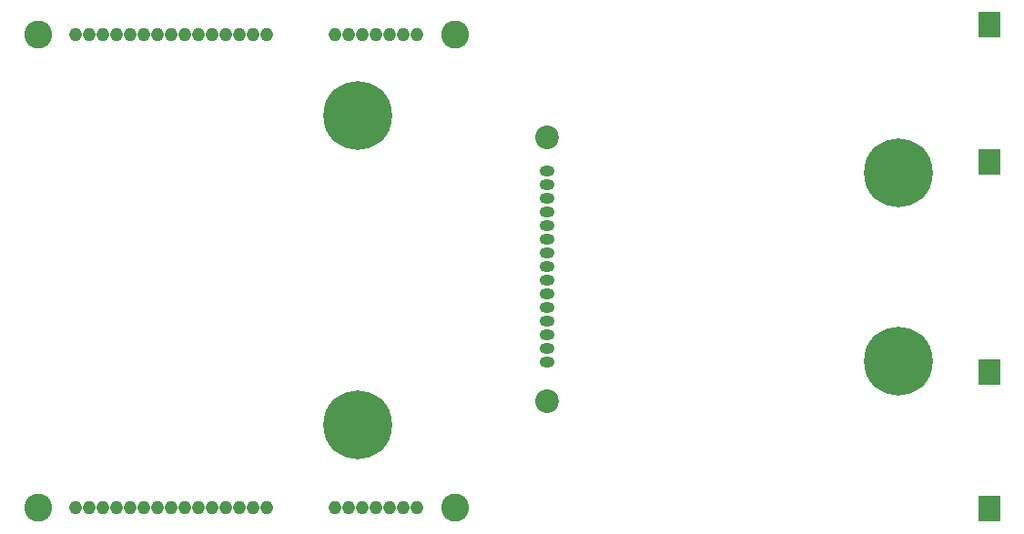
<source format=gbr>
%TF.GenerationSoftware,KiCad,Pcbnew,9.0.7*%
%TF.CreationDate,2026-02-22T17:51:24-06:00*%
%TF.ProjectId,sata-backplane,73617461-2d62-4616-936b-706c616e652e,rev?*%
%TF.SameCoordinates,Original*%
%TF.FileFunction,Soldermask,Bot*%
%TF.FilePolarity,Negative*%
%FSLAX46Y46*%
G04 Gerber Fmt 4.6, Leading zero omitted, Abs format (unit mm)*
G04 Created by KiCad (PCBNEW 9.0.7) date 2026-02-22 17:51:24*
%MOMM*%
%LPD*%
G01*
G04 APERTURE LIST*
%ADD10R,2.057400X2.362200*%
%ADD11C,2.600000*%
%ADD12O,1.168400X1.270000*%
%ADD13C,3.600000*%
%ADD14C,6.400000*%
%ADD15C,2.200000*%
%ADD16O,1.400000X1.000000*%
G04 APERTURE END LIST*
D10*
%TO.C,J1*%
X125500000Y-81720000D03*
X125500000Y-68980000D03*
%TD*%
%TO.C,J3*%
X125500000Y-49440000D03*
X125500000Y-36700000D03*
%TD*%
D11*
%TO.C,J2*%
X75800000Y-81600000D03*
X37060002Y-81600000D03*
D12*
X58330000Y-81600000D03*
X57060000Y-81600000D03*
X55790000Y-81600000D03*
X54520000Y-81600000D03*
X53250000Y-81600000D03*
X51980000Y-81600000D03*
X50710000Y-81600000D03*
X49440000Y-81600000D03*
X48170000Y-81600000D03*
X46900000Y-81600000D03*
X45630000Y-81600000D03*
X44360000Y-81600000D03*
X43090000Y-81600000D03*
X41820000Y-81600000D03*
X40550000Y-81600000D03*
X72300000Y-81600000D03*
X71030000Y-81600000D03*
X69760000Y-81600000D03*
X68490000Y-81600000D03*
X67220000Y-81600000D03*
X65950000Y-81600000D03*
X64680000Y-81600000D03*
%TD*%
D11*
%TO.C,J4*%
X75800000Y-37600000D03*
X37060002Y-37600000D03*
D12*
X58330000Y-37600000D03*
X57060000Y-37600000D03*
X55790000Y-37600000D03*
X54520000Y-37600000D03*
X53250000Y-37600000D03*
X51980000Y-37600000D03*
X50710000Y-37600000D03*
X49440000Y-37600000D03*
X48170000Y-37600000D03*
X46900000Y-37600000D03*
X45630000Y-37600000D03*
X44360000Y-37600000D03*
X43090000Y-37600000D03*
X41820000Y-37600000D03*
X40550000Y-37600000D03*
X72300000Y-37600000D03*
X71030000Y-37600000D03*
X69760000Y-37600000D03*
X68490000Y-37600000D03*
X67220000Y-37600000D03*
X65950000Y-37600000D03*
X64680000Y-37600000D03*
%TD*%
D13*
%TO.C,H4*%
X66750000Y-73900000D03*
D14*
X66750000Y-73900000D03*
%TD*%
D13*
%TO.C,H2*%
X117063086Y-50436200D03*
D14*
X117063086Y-50436200D03*
%TD*%
D13*
%TO.C,H1*%
X66750000Y-45150000D03*
D14*
X66750000Y-45150000D03*
%TD*%
D13*
%TO.C,H3*%
X117063086Y-67983800D03*
D14*
X117063086Y-67983800D03*
%TD*%
D15*
%TO.C,J5*%
X84400000Y-71690000D03*
X84400000Y-47190000D03*
D16*
X84400000Y-68090000D03*
X84400000Y-66820000D03*
X84400000Y-65550000D03*
X84400000Y-64280000D03*
X84400000Y-63010000D03*
X84400000Y-61740000D03*
X84400000Y-60470000D03*
X84400000Y-59200000D03*
X84400000Y-57930000D03*
X84400000Y-56660000D03*
X84400000Y-55390000D03*
X84400000Y-54120000D03*
X84400000Y-52850000D03*
X84400000Y-51580000D03*
X84400000Y-50310000D03*
%TD*%
M02*

</source>
